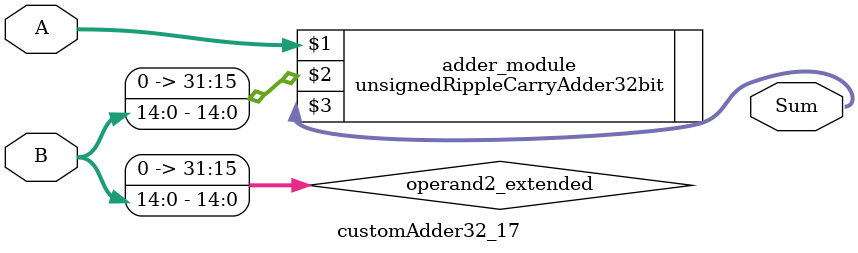
<source format=v>

module customAdder32_17(
                    input [31 : 0] A,
                    input [14 : 0] B,
                    
                    output [32 : 0] Sum
            );

    wire [31 : 0] operand2_extended;
    
    assign operand2_extended =  {17'b0, B};
    
    unsignedRippleCarryAdder32bit adder_module(
        A,
        operand2_extended,
        Sum
    );
    
endmodule
        
</source>
